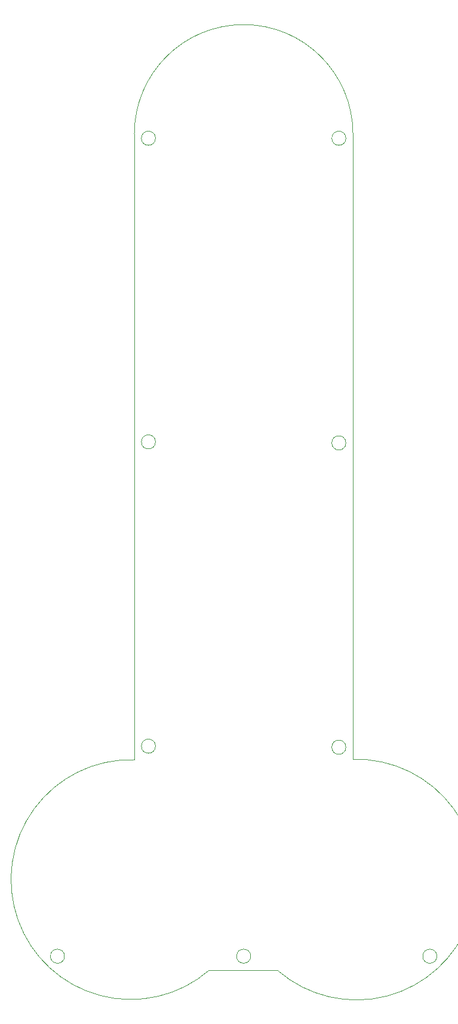
<source format=gbr>
%TF.GenerationSoftware,KiCad,Pcbnew,(5.1.6)-1*%
%TF.CreationDate,2021-02-24T16:49:44-06:00*%
%TF.ProjectId,PR-BottomCase,50522d42-6f74-4746-9f6d-436173652e6b,rev?*%
%TF.SameCoordinates,Original*%
%TF.FileFunction,Profile,NP*%
%FSLAX46Y46*%
G04 Gerber Fmt 4.6, Leading zero omitted, Abs format (unit mm)*
G04 Created by KiCad (PCBNEW (5.1.6)-1) date 2021-02-24 16:49:44*
%MOMM*%
%LPD*%
G01*
G04 APERTURE LIST*
%TA.AperFunction,Profile*%
%ADD10C,0.050000*%
%TD*%
G04 APERTURE END LIST*
D10*
X113600000Y-110850000D02*
G75*
G03*
X113600000Y-110850000I-1000000J0D01*
G01*
X166400000Y-110850000D02*
G75*
G03*
X166400000Y-110850000I-1000000J0D01*
G01*
X140000000Y-110850000D02*
G75*
G03*
X140000000Y-110850000I-1000000J0D01*
G01*
X126500000Y-38000000D02*
G75*
G03*
X126500000Y-38000000I-1000000J0D01*
G01*
X153500000Y-38150000D02*
G75*
G03*
X153500000Y-38150000I-1000000J0D01*
G01*
X126500000Y-81100000D02*
G75*
G03*
X126500000Y-81100000I-1000000J0D01*
G01*
X153500000Y-81250000D02*
G75*
G03*
X153500000Y-81250000I-1000000J0D01*
G01*
X126500000Y5000000D02*
G75*
G03*
X126500000Y5000000I-1000000J0D01*
G01*
X153500000Y5000000D02*
G75*
G03*
X153500000Y5000000I-1000000J0D01*
G01*
X123500000Y5650000D02*
G75*
G02*
X154500000Y5650000I15500000J-50000D01*
G01*
X123497556Y-83026935D02*
G75*
G03*
X134100000Y-112850000I-497556J-16973065D01*
G01*
X123497556Y-83026935D02*
X123500000Y5650000D01*
X154499989Y-82961443D02*
X154500000Y5650000D01*
X143800001Y-112849999D02*
X134100000Y-112850000D01*
X154499989Y-82961442D02*
G75*
G02*
X143800001Y-112849999I500011J-17038558D01*
G01*
M02*

</source>
